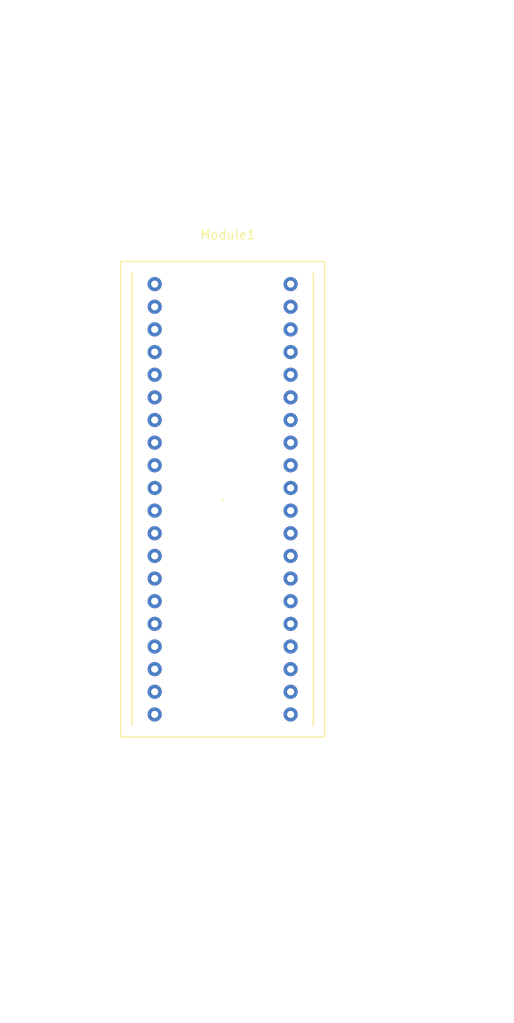
<source format=kicad_pcb>
(kicad_pcb (version 20171130) (host pcbnew "(5.1.6)-1")

  (general
    (thickness 1.6)
    (drawings 28)
    (tracks 0)
    (zones 0)
    (modules 1)
    (nets 41)
  )

  (page A4)
  (layers
    (0 F.Cu signal)
    (31 B.Cu signal)
    (32 B.Adhes user)
    (33 F.Adhes user)
    (34 B.Paste user)
    (35 F.Paste user)
    (36 B.SilkS user)
    (37 F.SilkS user)
    (38 B.Mask user)
    (39 F.Mask user)
    (40 Dwgs.User user)
    (41 Cmts.User user)
    (42 Eco1.User user)
    (43 Eco2.User user)
    (44 Edge.Cuts user)
    (45 Margin user)
    (46 B.CrtYd user)
    (47 F.CrtYd user)
    (48 B.Fab user)
    (49 F.Fab user)
  )

  (setup
    (last_trace_width 0.25)
    (trace_clearance 0.2)
    (zone_clearance 0.508)
    (zone_45_only no)
    (trace_min 0.2)
    (via_size 0.8)
    (via_drill 0.4)
    (via_min_size 0.4)
    (via_min_drill 0.3)
    (uvia_size 0.3)
    (uvia_drill 0.1)
    (uvias_allowed no)
    (uvia_min_size 0.2)
    (uvia_min_drill 0.1)
    (edge_width 0.05)
    (segment_width 0.2)
    (pcb_text_width 0.3)
    (pcb_text_size 1.5 1.5)
    (mod_edge_width 0.12)
    (mod_text_size 1 1)
    (mod_text_width 0.15)
    (pad_size 1.524 1.524)
    (pad_drill 0.762)
    (pad_to_mask_clearance 0.05)
    (aux_axis_origin 0 0)
    (grid_origin 119.8 41.6)
    (visible_elements 7FFFFFFF)
    (pcbplotparams
      (layerselection 0x010fc_ffffffff)
      (usegerberextensions false)
      (usegerberattributes true)
      (usegerberadvancedattributes true)
      (creategerberjobfile true)
      (excludeedgelayer true)
      (linewidth 0.100000)
      (plotframeref false)
      (viasonmask false)
      (mode 1)
      (useauxorigin false)
      (hpglpennumber 1)
      (hpglpenspeed 20)
      (hpglpendiameter 15.000000)
      (psnegative false)
      (psa4output false)
      (plotreference true)
      (plotvalue true)
      (plotinvisibletext false)
      (padsonsilk false)
      (subtractmaskfromsilk false)
      (outputformat 1)
      (mirror false)
      (drillshape 1)
      (scaleselection 1)
      (outputdirectory ""))
  )

  (net 0 "")
  (net 1 "Net-(Module1-Pad1)")
  (net 2 "Net-(Module1-Pad2)")
  (net 3 "Net-(Module1-Pad3)")
  (net 4 "Net-(Module1-Pad4)")
  (net 5 "Net-(Module1-Pad5)")
  (net 6 "Net-(Module1-Pad6)")
  (net 7 "Net-(Module1-Pad7)")
  (net 8 "Net-(Module1-Pad8)")
  (net 9 "Net-(Module1-Pad9)")
  (net 10 "Net-(Module1-Pad10)")
  (net 11 "Net-(Module1-Pad11)")
  (net 12 "Net-(Module1-Pad12)")
  (net 13 "Net-(Module1-Pad13)")
  (net 14 "Net-(Module1-Pad14)")
  (net 15 "Net-(Module1-Pad15)")
  (net 16 "Net-(Module1-Pad16)")
  (net 17 "Net-(Module1-Pad17)")
  (net 18 "Net-(Module1-Pad18)")
  (net 19 "Net-(Module1-Pad19)")
  (net 20 "Net-(Module1-Pad20)")
  (net 21 "Net-(Module1-Pad21)")
  (net 22 "Net-(Module1-Pad22)")
  (net 23 "Net-(Module1-Pad23)")
  (net 24 "Net-(Module1-Pad24)")
  (net 25 "Net-(Module1-Pad25)")
  (net 26 "Net-(Module1-Pad26)")
  (net 27 "Net-(Module1-Pad27)")
  (net 28 "Net-(Module1-Pad28)")
  (net 29 "Net-(Module1-Pad29)")
  (net 30 "Net-(Module1-Pad30)")
  (net 31 "Net-(Module1-Pad31)")
  (net 32 "Net-(Module1-Pad32)")
  (net 33 "Net-(Module1-Pad33)")
  (net 34 "Net-(Module1-Pad34)")
  (net 35 "Net-(Module1-Pad35)")
  (net 36 "Net-(Module1-Pad36)")
  (net 37 "Net-(Module1-Pad37)")
  (net 38 "Net-(Module1-Pad38)")
  (net 39 "Net-(Module1-Pad39)")
  (net 40 "Net-(Module1-Pad40)")

  (net_class Default "This is the default net class."
    (clearance 0.2)
    (trace_width 0.25)
    (via_dia 0.8)
    (via_drill 0.4)
    (uvia_dia 0.3)
    (uvia_drill 0.1)
    (add_net "Net-(Module1-Pad1)")
    (add_net "Net-(Module1-Pad10)")
    (add_net "Net-(Module1-Pad11)")
    (add_net "Net-(Module1-Pad12)")
    (add_net "Net-(Module1-Pad13)")
    (add_net "Net-(Module1-Pad14)")
    (add_net "Net-(Module1-Pad15)")
    (add_net "Net-(Module1-Pad16)")
    (add_net "Net-(Module1-Pad17)")
    (add_net "Net-(Module1-Pad18)")
    (add_net "Net-(Module1-Pad19)")
    (add_net "Net-(Module1-Pad2)")
    (add_net "Net-(Module1-Pad20)")
    (add_net "Net-(Module1-Pad21)")
    (add_net "Net-(Module1-Pad22)")
    (add_net "Net-(Module1-Pad23)")
    (add_net "Net-(Module1-Pad24)")
    (add_net "Net-(Module1-Pad25)")
    (add_net "Net-(Module1-Pad26)")
    (add_net "Net-(Module1-Pad27)")
    (add_net "Net-(Module1-Pad28)")
    (add_net "Net-(Module1-Pad29)")
    (add_net "Net-(Module1-Pad3)")
    (add_net "Net-(Module1-Pad30)")
    (add_net "Net-(Module1-Pad31)")
    (add_net "Net-(Module1-Pad32)")
    (add_net "Net-(Module1-Pad33)")
    (add_net "Net-(Module1-Pad34)")
    (add_net "Net-(Module1-Pad35)")
    (add_net "Net-(Module1-Pad36)")
    (add_net "Net-(Module1-Pad37)")
    (add_net "Net-(Module1-Pad38)")
    (add_net "Net-(Module1-Pad39)")
    (add_net "Net-(Module1-Pad4)")
    (add_net "Net-(Module1-Pad40)")
    (add_net "Net-(Module1-Pad5)")
    (add_net "Net-(Module1-Pad6)")
    (add_net "Net-(Module1-Pad7)")
    (add_net "Net-(Module1-Pad8)")
    (add_net "Net-(Module1-Pad9)")
  )

  (module eMKa_MODULES:STM32F103CX_EVB (layer F.Cu) (tedit 5D3F4F6C) (tstamp 5F5E5CFF)
    (at 134.8 96.6)
    (path /5F5E5CEC)
    (fp_text reference Module1 (at 0.57 -29.75) (layer F.SilkS)
      (effects (font (size 1 1) (thickness 0.15)))
    )
    (fp_text value STM32F103C8T6_EVB (at 0.57 -27.75) (layer F.Fab)
      (effects (font (size 1 1) (thickness 0.15)))
    )
    (fp_circle (center 0 0) (end 0 -0.01) (layer F.SilkS) (width 0.12))
    (fp_line (start -11.43 -26.75) (end 11.43 -26.75) (layer F.SilkS) (width 0.15))
    (fp_line (start -11.43 26.59) (end -11.43 -26.75) (layer F.SilkS) (width 0.15))
    (fp_line (start -11.43 26.59) (end 11.43 26.59) (layer F.SilkS) (width 0.15))
    (fp_line (start 11.43 26.59) (end 11.43 -26.75) (layer F.SilkS) (width 0.15))
    (fp_line (start -10.16 -25.48) (end -10.16 25.32) (layer F.SilkS) (width 0.15))
    (fp_line (start 10.16 25.32) (end 10.16 -25.48) (layer F.SilkS) (width 0.15))
    (pad 1 thru_hole circle (at -7.62 -24.21) (size 1.6 1.6) (drill 0.8) (layers *.Cu *.Mask)
      (net 1 "Net-(Module1-Pad1)"))
    (pad 2 thru_hole circle (at -7.62 -21.67) (size 1.6 1.6) (drill 0.8) (layers *.Cu *.Mask)
      (net 2 "Net-(Module1-Pad2)"))
    (pad 3 thru_hole circle (at -7.62 -19.13) (size 1.6 1.6) (drill 0.8) (layers *.Cu *.Mask)
      (net 3 "Net-(Module1-Pad3)"))
    (pad 4 thru_hole circle (at -7.62 -16.59) (size 1.6 1.6) (drill 0.8) (layers *.Cu *.Mask)
      (net 4 "Net-(Module1-Pad4)"))
    (pad 5 thru_hole circle (at -7.62 -14.05) (size 1.6 1.6) (drill 0.8) (layers *.Cu *.Mask)
      (net 5 "Net-(Module1-Pad5)"))
    (pad 6 thru_hole circle (at -7.62 -11.51) (size 1.6 1.6) (drill 0.8) (layers *.Cu *.Mask)
      (net 6 "Net-(Module1-Pad6)"))
    (pad 7 thru_hole circle (at -7.62 -8.97) (size 1.6 1.6) (drill 0.8) (layers *.Cu *.Mask)
      (net 7 "Net-(Module1-Pad7)"))
    (pad 8 thru_hole circle (at -7.62 -6.43) (size 1.6 1.6) (drill 0.8) (layers *.Cu *.Mask)
      (net 8 "Net-(Module1-Pad8)"))
    (pad 9 thru_hole circle (at -7.62 -3.89) (size 1.6 1.6) (drill 0.8) (layers *.Cu *.Mask)
      (net 9 "Net-(Module1-Pad9)"))
    (pad 10 thru_hole circle (at -7.62 -1.35) (size 1.6 1.6) (drill 0.8) (layers *.Cu *.Mask)
      (net 10 "Net-(Module1-Pad10)"))
    (pad 11 thru_hole circle (at -7.62 1.19) (size 1.6 1.6) (drill 0.8) (layers *.Cu *.Mask)
      (net 11 "Net-(Module1-Pad11)"))
    (pad 12 thru_hole circle (at -7.62 3.73) (size 1.6 1.6) (drill 0.8) (layers *.Cu *.Mask)
      (net 12 "Net-(Module1-Pad12)"))
    (pad 13 thru_hole circle (at -7.62 6.27) (size 1.6 1.6) (drill 0.8) (layers *.Cu *.Mask)
      (net 13 "Net-(Module1-Pad13)"))
    (pad 14 thru_hole circle (at -7.62 8.81) (size 1.6 1.6) (drill 0.8) (layers *.Cu *.Mask)
      (net 14 "Net-(Module1-Pad14)"))
    (pad 15 thru_hole circle (at -7.62 11.35) (size 1.6 1.6) (drill 0.8) (layers *.Cu *.Mask)
      (net 15 "Net-(Module1-Pad15)"))
    (pad 16 thru_hole circle (at -7.62 13.89) (size 1.6 1.6) (drill 0.8) (layers *.Cu *.Mask)
      (net 16 "Net-(Module1-Pad16)"))
    (pad 17 thru_hole circle (at -7.62 16.43) (size 1.6 1.6) (drill 0.8) (layers *.Cu *.Mask)
      (net 17 "Net-(Module1-Pad17)"))
    (pad 18 thru_hole circle (at -7.62 18.97) (size 1.6 1.6) (drill 0.8) (layers *.Cu *.Mask)
      (net 18 "Net-(Module1-Pad18)"))
    (pad 19 thru_hole circle (at -7.62 21.51) (size 1.6 1.6) (drill 0.8) (layers *.Cu *.Mask)
      (net 19 "Net-(Module1-Pad19)"))
    (pad 20 thru_hole circle (at -7.62 24.05) (size 1.6 1.6) (drill 0.8) (layers *.Cu *.Mask)
      (net 20 "Net-(Module1-Pad20)"))
    (pad 21 thru_hole circle (at 7.62 24.05) (size 1.6 1.6) (drill 0.8) (layers *.Cu *.Mask)
      (net 21 "Net-(Module1-Pad21)"))
    (pad 22 thru_hole circle (at 7.62 21.51) (size 1.6 1.6) (drill 0.8) (layers *.Cu *.Mask)
      (net 22 "Net-(Module1-Pad22)"))
    (pad 23 thru_hole circle (at 7.62 18.97) (size 1.6 1.6) (drill 0.8) (layers *.Cu *.Mask)
      (net 23 "Net-(Module1-Pad23)"))
    (pad 24 thru_hole circle (at 7.62 16.43) (size 1.6 1.6) (drill 0.8) (layers *.Cu *.Mask)
      (net 24 "Net-(Module1-Pad24)"))
    (pad 25 thru_hole circle (at 7.62 13.89) (size 1.6 1.6) (drill 0.8) (layers *.Cu *.Mask)
      (net 25 "Net-(Module1-Pad25)"))
    (pad 26 thru_hole circle (at 7.62 11.35) (size 1.6 1.6) (drill 0.8) (layers *.Cu *.Mask)
      (net 26 "Net-(Module1-Pad26)"))
    (pad 27 thru_hole circle (at 7.62 8.81) (size 1.6 1.6) (drill 0.8) (layers *.Cu *.Mask)
      (net 27 "Net-(Module1-Pad27)"))
    (pad 28 thru_hole circle (at 7.62 6.27) (size 1.6 1.6) (drill 0.8) (layers *.Cu *.Mask)
      (net 28 "Net-(Module1-Pad28)"))
    (pad 29 thru_hole circle (at 7.62 3.73) (size 1.6 1.6) (drill 0.8) (layers *.Cu *.Mask)
      (net 29 "Net-(Module1-Pad29)"))
    (pad 30 thru_hole circle (at 7.62 1.19) (size 1.6 1.6) (drill 0.8) (layers *.Cu *.Mask)
      (net 30 "Net-(Module1-Pad30)"))
    (pad 31 thru_hole circle (at 7.62 -1.35) (size 1.6 1.6) (drill 0.8) (layers *.Cu *.Mask)
      (net 31 "Net-(Module1-Pad31)"))
    (pad 32 thru_hole circle (at 7.62 -3.89) (size 1.6 1.6) (drill 0.8) (layers *.Cu *.Mask)
      (net 32 "Net-(Module1-Pad32)"))
    (pad 33 thru_hole circle (at 7.62 -6.43) (size 1.6 1.6) (drill 0.8) (layers *.Cu *.Mask)
      (net 33 "Net-(Module1-Pad33)"))
    (pad 34 thru_hole circle (at 7.62 -8.97) (size 1.6 1.6) (drill 0.8) (layers *.Cu *.Mask)
      (net 34 "Net-(Module1-Pad34)"))
    (pad 35 thru_hole circle (at 7.62 -11.51) (size 1.6 1.6) (drill 0.8) (layers *.Cu *.Mask)
      (net 35 "Net-(Module1-Pad35)"))
    (pad 36 thru_hole circle (at 7.62 -14.05) (size 1.6 1.6) (drill 0.8) (layers *.Cu *.Mask)
      (net 36 "Net-(Module1-Pad36)"))
    (pad 37 thru_hole circle (at 7.62 -16.59) (size 1.6 1.6) (drill 0.8) (layers *.Cu *.Mask)
      (net 37 "Net-(Module1-Pad37)"))
    (pad 38 thru_hole circle (at 7.62 -19.13) (size 1.6 1.6) (drill 0.8) (layers *.Cu *.Mask)
      (net 38 "Net-(Module1-Pad38)"))
    (pad 39 thru_hole circle (at 7.62 -21.67) (size 1.6 1.6) (drill 0.8) (layers *.Cu *.Mask)
      (net 39 "Net-(Module1-Pad39)"))
    (pad 40 thru_hole circle (at 7.62 -24.21) (size 1.6 1.6) (drill 0.8) (layers *.Cu *.Mask)
      (net 40 "Net-(Module1-Pad40)"))
    (model ${EMKA_LIB}/FootPrinty/eMKa_MODULES.pretty/STM32F103CX_EVB.kicad_mod
      (at (xyz 0 0 0))
      (scale (xyz 1 1 1))
      (rotate (xyz 0 0 0))
    )
  )

  (gr_line (start 136.8 42.6) (end 136.8 43.6) (layer Dwgs.User) (width 0.15))
  (gr_line (start 132.8 42.6) (end 132.8 43.6) (layer Dwgs.User) (width 0.15))
  (gr_line (start 134.8 42.6) (end 134.8 40.6) (layer Dwgs.User) (width 0.15))
  (gr_line (start 119.8 151.6) (end 149.8 41.6) (layer Dwgs.User) (width 0.15) (tstamp 5F8082DD))
  (gr_line (start 119.8 41.6) (end 149.8 151.6) (layer Dwgs.User) (width 0.15) (tstamp 5F8082DC))
  (gr_line (start 119.8 151.6) (end 119.8 41.6) (layer Dwgs.User) (width 0.15) (tstamp 5F8082DB))
  (gr_line (start 149.8 151.6) (end 119.8 151.6) (layer Dwgs.User) (width 0.15))
  (gr_line (start 149.8 41.6) (end 149.8 151.6) (layer Dwgs.User) (width 0.15))
  (gr_line (start 119.8 41.6) (end 149.8 41.6) (layer Dwgs.User) (width 0.15))
  (dimension 50 (width 0.15) (layer Dwgs.User) (tstamp 5F5E5E2E)
    (gr_text "50,000 mm" (at 156.1 126.6 270) (layer Dwgs.User) (tstamp 5F5E5E2E)
      (effects (font (size 1 1) (thickness 0.15)))
    )
    (feature1 (pts (xy 149.8 151.6) (xy 155.386421 151.6)))
    (feature2 (pts (xy 149.8 101.6) (xy 155.386421 101.6)))
    (crossbar (pts (xy 154.8 101.6) (xy 154.8 151.6)))
    (arrow1a (pts (xy 154.8 151.6) (xy 154.213579 150.473496)))
    (arrow1b (pts (xy 154.8 151.6) (xy 155.386421 150.473496)))
    (arrow2a (pts (xy 154.8 101.6) (xy 154.213579 102.726504)))
    (arrow2b (pts (xy 154.8 101.6) (xy 155.386421 102.726504)))
  )
  (gr_line (start 118.8 83.6) (end 120.8 83.6) (layer Eco2.User) (width 0.15) (tstamp 5F5E5E2D))
  (gr_line (start 118.8 109.6) (end 120.8 109.6) (layer Eco2.User) (width 0.15) (tstamp 5F5E5E2C))
  (dimension 12 (width 0.15) (layer Dwgs.User) (tstamp 5F5E5E2A)
    (gr_text "12,000 mm" (at 125.8 155.9) (layer Dwgs.User) (tstamp 5F5E5E2A)
      (effects (font (size 1 1) (thickness 0.15)))
    )
    (feature1 (pts (xy 131.8 151.6) (xy 131.8 155.186421)))
    (feature2 (pts (xy 119.8 151.6) (xy 119.8 155.186421)))
    (crossbar (pts (xy 119.8 154.6) (xy 131.8 154.6)))
    (arrow1a (pts (xy 131.8 154.6) (xy 130.673496 155.186421)))
    (arrow1b (pts (xy 131.8 154.6) (xy 130.673496 154.013579)))
    (arrow2a (pts (xy 119.8 154.6) (xy 120.926504 155.186421)))
    (arrow2b (pts (xy 119.8 154.6) (xy 120.926504 154.013579)))
  )
  (gr_line (start 119.8 51.6) (end 119.8 141.6) (layer Eco2.User) (width 0.05) (tstamp 5F5E5E29))
  (gr_line (start 118.8 79.6) (end 120.8 79.6) (layer Eco2.User) (width 0.15) (tstamp 5F5E5E28))
  (gr_line (start 149.8 141.6) (end 149.8 51.6) (layer Eco2.User) (width 0.05) (tstamp 5F5E5E27))
  (gr_line (start 118.8 113.6) (end 120.8 113.6) (layer Eco2.User) (width 0.15) (tstamp 5F5E5E26))
  (gr_line (start 139.8 41.6) (end 129.8 41.6) (layer Eco2.User) (width 0.05) (tstamp 5F5E5E25))
  (gr_arc (start 129.8 51.6) (end 129.8 41.6) (angle -90) (layer Eco2.User) (width 0.05) (tstamp 5F5E5E24))
  (gr_arc (start 139.8 51.6) (end 149.8 51.6) (angle -90) (layer Eco2.User) (width 0.05) (tstamp 5F5E5E23))
  (dimension 15 (width 0.15) (layer Dwgs.User) (tstamp 5F5E5E21)
    (gr_text "15,000 mm" (at 113.5 89.1 270) (layer Dwgs.User) (tstamp 5F5E5E21)
      (effects (font (size 1 1) (thickness 0.15)))
    )
    (feature1 (pts (xy 119.8 96.6) (xy 114.213579 96.6)))
    (feature2 (pts (xy 119.8 81.6) (xy 114.213579 81.6)))
    (crossbar (pts (xy 114.8 81.6) (xy 114.8 96.6)))
    (arrow1a (pts (xy 114.8 96.6) (xy 114.213579 95.473496)))
    (arrow1b (pts (xy 114.8 96.6) (xy 115.386421 95.473496)))
    (arrow2a (pts (xy 114.8 81.6) (xy 114.213579 82.726504)))
    (arrow2b (pts (xy 114.8 81.6) (xy 115.386421 82.726504)))
  )
  (gr_arc (start 139.8 141.6) (end 139.8 151.6) (angle -90) (layer Eco2.User) (width 0.05) (tstamp 5F5E5E20))
  (dimension 50 (width 0.15) (layer Dwgs.User) (tstamp 5F5E5E1E)
    (gr_text "50,000 mm" (at 156.1 66.6 270) (layer Dwgs.User) (tstamp 5F5E5E1E)
      (effects (font (size 1 1) (thickness 0.15)))
    )
    (feature1 (pts (xy 149.8 91.6) (xy 155.386421 91.6)))
    (feature2 (pts (xy 149.8 41.6) (xy 155.386421 41.6)))
    (crossbar (pts (xy 154.8 41.6) (xy 154.8 91.6)))
    (arrow1a (pts (xy 154.8 91.6) (xy 154.213579 90.473496)))
    (arrow1b (pts (xy 154.8 91.6) (xy 155.386421 90.473496)))
    (arrow2a (pts (xy 154.8 41.6) (xy 154.213579 42.726504)))
    (arrow2b (pts (xy 154.8 41.6) (xy 155.386421 42.726504)))
  )
  (gr_line (start 129.8 151.6) (end 139.8 151.6) (layer Eco2.User) (width 0.05) (tstamp 5F5E5E1D))
  (dimension 15 (width 0.15) (layer Dwgs.User) (tstamp 5F5E5E1B)
    (gr_text "15,000 mm" (at 113.5 104.1 270) (layer Dwgs.User) (tstamp 5F5E5E1B)
      (effects (font (size 1 1) (thickness 0.15)))
    )
    (feature1 (pts (xy 119.8 111.6) (xy 114.213579 111.6)))
    (feature2 (pts (xy 119.8 96.6) (xy 114.213579 96.6)))
    (crossbar (pts (xy 114.8 96.6) (xy 114.8 111.6)))
    (arrow1a (pts (xy 114.8 111.6) (xy 114.213579 110.473496)))
    (arrow1b (pts (xy 114.8 111.6) (xy 115.386421 110.473496)))
    (arrow2a (pts (xy 114.8 96.6) (xy 114.213579 97.726504)))
    (arrow2b (pts (xy 114.8 96.6) (xy 115.386421 97.726504)))
  )
  (gr_arc (start 129.8 141.6) (end 119.8 141.6) (angle -90) (layer Eco2.User) (width 0.05) (tstamp 5F5E5E1A))
  (dimension 12 (width 0.15) (layer Dwgs.User) (tstamp 5F5E5E18)
    (gr_text "12,000 mm" (at 143.8 155.9) (layer Dwgs.User) (tstamp 5F5E5E18)
      (effects (font (size 1 1) (thickness 0.15)))
    )
    (feature1 (pts (xy 149.8 151.6) (xy 149.8 155.186421)))
    (feature2 (pts (xy 137.8 151.6) (xy 137.8 155.186421)))
    (crossbar (pts (xy 137.8 154.6) (xy 149.8 154.6)))
    (arrow1a (pts (xy 149.8 154.6) (xy 148.673496 155.186421)))
    (arrow1b (pts (xy 149.8 154.6) (xy 148.673496 154.013579)))
    (arrow2a (pts (xy 137.8 154.6) (xy 138.926504 155.186421)))
    (arrow2b (pts (xy 137.8 154.6) (xy 138.926504 154.013579)))
  )
  (dimension 80 (width 0.15) (layer Dwgs.User) (tstamp 5F5E5E16)
    (gr_text "80,000 mm" (at 159.1 96.3 270) (layer Dwgs.User) (tstamp 5F5E5E16)
      (effects (font (size 1 1) (thickness 0.15)))
    )
    (feature1 (pts (xy 167.4 136.3) (xy 159.813579 136.3)))
    (feature2 (pts (xy 167.4 56.3) (xy 159.813579 56.3)))
    (crossbar (pts (xy 160.4 56.3) (xy 160.4 136.3)))
    (arrow1a (pts (xy 160.4 136.3) (xy 159.813579 135.173496)))
    (arrow1b (pts (xy 160.4 136.3) (xy 160.986421 135.173496)))
    (arrow2a (pts (xy 160.4 56.3) (xy 159.813579 57.426504)))
    (arrow2b (pts (xy 160.4 56.3) (xy 160.986421 57.426504)))
  )

)

</source>
